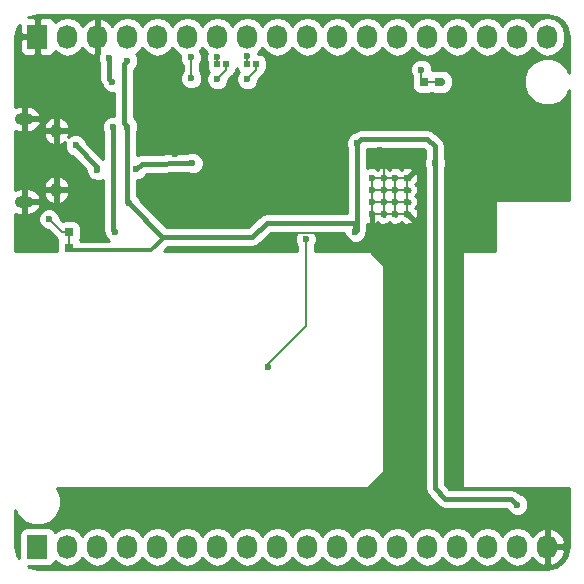
<source format=gbl>
G04 #@! TF.FileFunction,Copper,L2,Bot,Signal*
%FSLAX46Y46*%
G04 Gerber Fmt 4.6, Leading zero omitted, Abs format (unit mm)*
G04 Created by KiCad (PCBNEW 4.0.2-stable) date Måndag 18 Juli 2016 14:34:59*
%MOMM*%
G01*
G04 APERTURE LIST*
%ADD10C,0.152400*%
%ADD11C,0.600000*%
%ADD12R,0.762000X0.762000*%
%ADD13R,0.152400X1.016000*%
%ADD14R,0.500000X0.500000*%
%ADD15O,0.950000X1.250000*%
%ADD16O,1.550000X1.000000*%
%ADD17R,1.727200X2.032000*%
%ADD18O,1.727200X2.032000*%
%ADD19R,1.016000X0.152400*%
%ADD20C,0.203200*%
%ADD21C,0.406400*%
%ADD22C,0.304800*%
%ADD23C,0.254000*%
G04 APERTURE END LIST*
D10*
D11*
X26428700Y-36271200D03*
X37338000Y-30480000D03*
D12*
X30607000Y-45812000D03*
X30607000Y-44512000D03*
D13*
X30607000Y-45212000D03*
D14*
X43942000Y-30289500D03*
X43180000Y-30289500D03*
X46482000Y-30289500D03*
X45720000Y-30289500D03*
D15*
X29547800Y-35910000D03*
X29547800Y-40910000D03*
D16*
X26847800Y-34910000D03*
X26847800Y-41910000D03*
D17*
X27940000Y-71120000D03*
D18*
X30480000Y-71120000D03*
X33020000Y-71120000D03*
X35560000Y-71120000D03*
X38100000Y-71120000D03*
X40640000Y-71120000D03*
X43180000Y-71120000D03*
X45720000Y-71120000D03*
X48260000Y-71120000D03*
X50800000Y-71120000D03*
X53340000Y-71120000D03*
X55880000Y-71120000D03*
X58420000Y-71120000D03*
X60960000Y-71120000D03*
X63500000Y-71120000D03*
X66040000Y-71120000D03*
X68580000Y-71120000D03*
X71120000Y-71120000D03*
D11*
X56260500Y-39927500D03*
X57260500Y-39927500D03*
X58260500Y-39927500D03*
X59260500Y-39927500D03*
X56260500Y-40927500D03*
X57260500Y-40927500D03*
X58260500Y-40927500D03*
X59260500Y-40927500D03*
X56260500Y-41927500D03*
X57260500Y-41927500D03*
X58260500Y-41927500D03*
X59260500Y-41927500D03*
X56260500Y-42927500D03*
X57260500Y-42927500D03*
X58260500Y-42927500D03*
X59260500Y-42927500D03*
X31496000Y-43434000D03*
X31496000Y-42164000D03*
X31496000Y-40894000D03*
X69850000Y-36195000D03*
X71120000Y-36830000D03*
X68580000Y-36830000D03*
X69850000Y-37465000D03*
X71120000Y-38100000D03*
X69850000Y-38735000D03*
X71120000Y-39370000D03*
X71120000Y-40640000D03*
X69850000Y-40005000D03*
X68580000Y-39370000D03*
X68580000Y-38100000D03*
X68580000Y-40640000D03*
X68580000Y-33020000D03*
X66040000Y-33020000D03*
X66040000Y-34290000D03*
X67310000Y-33655000D03*
X68580000Y-34290000D03*
X67310000Y-32385000D03*
X69850000Y-34925000D03*
X68580000Y-35560000D03*
X71120000Y-35560000D03*
X67310000Y-38735000D03*
X67310000Y-37465000D03*
X67310000Y-36195000D03*
X67310000Y-34925000D03*
X52578000Y-31750000D03*
X55118000Y-31750000D03*
X53848000Y-31750000D03*
X51308000Y-31750000D03*
X55118000Y-30480000D03*
X52578000Y-30480000D03*
X53848000Y-30480000D03*
X51308000Y-30480000D03*
X32766000Y-41529000D03*
X31496000Y-39624000D03*
X32766000Y-37084000D03*
X32766000Y-40259000D03*
X40894000Y-43180000D03*
X40894000Y-41910000D03*
X42164000Y-41910000D03*
X42164000Y-43180000D03*
D17*
X27940000Y-27940000D03*
D18*
X30480000Y-27940000D03*
X33020000Y-27940000D03*
X35560000Y-27940000D03*
X38100000Y-27940000D03*
X40640000Y-27940000D03*
X43180000Y-27940000D03*
X45720000Y-27940000D03*
X48260000Y-27940000D03*
X50800000Y-27940000D03*
X53340000Y-27940000D03*
X55880000Y-27940000D03*
X58420000Y-27940000D03*
X60960000Y-27940000D03*
X63500000Y-27940000D03*
X66040000Y-27940000D03*
X68580000Y-27940000D03*
X71120000Y-27940000D03*
D11*
X68580000Y-31750000D03*
X66040000Y-31750000D03*
X63500000Y-34290000D03*
X63500000Y-33020000D03*
X63500000Y-31750000D03*
X56388000Y-31750000D03*
X56388000Y-30480000D03*
X50038000Y-31750000D03*
X42164000Y-40640000D03*
X43434000Y-39370000D03*
X44704000Y-39370000D03*
X45974000Y-39370000D03*
X45974000Y-38100000D03*
X26428700Y-37541200D03*
X26428700Y-40081200D03*
X26428700Y-38811200D03*
X70104000Y-68834000D03*
X70104000Y-67564000D03*
X72644000Y-68834000D03*
X71374000Y-68834000D03*
X71374000Y-67564000D03*
X72644000Y-67564000D03*
X71120000Y-34290000D03*
X69850000Y-33655000D03*
X47244000Y-45720000D03*
X46736000Y-42164000D03*
X64770000Y-33655000D03*
X64770000Y-32385000D03*
X64770000Y-34925000D03*
X67310000Y-40005000D03*
X32766000Y-44069000D03*
X32766000Y-42799000D03*
X63500000Y-47752000D03*
X63500000Y-49022000D03*
X63500000Y-50292000D03*
X63500000Y-51562000D03*
X63500000Y-54102000D03*
X63500000Y-52832000D03*
X30226000Y-42926000D03*
X26416000Y-43561000D03*
X26416000Y-44831000D03*
X29972000Y-33274000D03*
D12*
X60676000Y-31750000D03*
X61976000Y-31750000D03*
D19*
X61276000Y-31750000D03*
D11*
X39179500Y-32829500D03*
X55118000Y-45847000D03*
X39624000Y-37846000D03*
X39624000Y-37846000D03*
X27940000Y-30226000D03*
X56947500Y-37511500D03*
X34543994Y-44450000D03*
X34371600Y-35560000D03*
X34290000Y-31750000D03*
X34036000Y-29718000D03*
X40970200Y-31470600D03*
X40919400Y-29692600D03*
X43180000Y-29692602D03*
X45720000Y-29595768D03*
X60451996Y-30734000D03*
X35712400Y-42062400D03*
X35560000Y-35560000D03*
X55014912Y-36931600D03*
X54864000Y-44449998D03*
X35560000Y-29972000D03*
X61595000Y-38608000D03*
X68580000Y-67564000D03*
X50673000Y-45085000D03*
X47497982Y-55880000D03*
X43179998Y-31542010D03*
X45720000Y-31542010D03*
X33024790Y-39243000D03*
X31178500Y-37147502D03*
X36322000Y-39162010D03*
X41073756Y-38660756D03*
X28932773Y-43376429D03*
X62236402Y-31750000D03*
D20*
X39624000Y-37846000D02*
X39624000Y-33274000D01*
X39624000Y-33274000D02*
X39179500Y-32829500D01*
X47244000Y-45720000D02*
X48433001Y-44530999D01*
X48433001Y-44530999D02*
X53801999Y-44530999D01*
X53801999Y-44530999D02*
X55118000Y-45847000D01*
D21*
X56260500Y-42927500D02*
X56260500Y-44704500D01*
X56260500Y-44704500D02*
X55118000Y-45847000D01*
X29502540Y-33059100D02*
X29502540Y-31788540D01*
X29502540Y-31788540D02*
X27940000Y-30226000D01*
X29502540Y-38059100D02*
X27802540Y-38059100D01*
X27802540Y-38059100D02*
X26802540Y-39059100D01*
X26802540Y-39059100D02*
X26802540Y-32059100D01*
X29502540Y-33059100D02*
X27802540Y-33059100D01*
X27802540Y-33059100D02*
X26802540Y-32059100D01*
X29502540Y-38059100D02*
X29502540Y-33059100D01*
X26802540Y-32059100D02*
X26802540Y-31363460D01*
X26802540Y-31363460D02*
X27940000Y-30226000D01*
D20*
X57260500Y-39927500D02*
X57260500Y-37824500D01*
X57260500Y-37824500D02*
X56947500Y-37511500D01*
X59260500Y-41927500D02*
X59260500Y-40927500D01*
X58260500Y-41927500D02*
X58260500Y-40927500D01*
X57260500Y-41927500D02*
X57260500Y-40927500D01*
X56260500Y-40927500D02*
X56260500Y-41927500D01*
X56260500Y-39927500D02*
X56260500Y-40927500D01*
X56260500Y-40927500D02*
X57260500Y-40927500D01*
X57260500Y-40927500D02*
X57260500Y-39927500D01*
X57260500Y-40927500D02*
X58260500Y-40927500D01*
X56260500Y-39927500D02*
X57260500Y-39927500D01*
X57260500Y-39927500D02*
X58260500Y-39927500D01*
X58260500Y-39927500D02*
X59260500Y-39927500D01*
X59260500Y-39927500D02*
X59260500Y-40927500D01*
X59260500Y-40927500D02*
X58260500Y-40927500D01*
X58260500Y-40927500D02*
X58260500Y-39927500D01*
X56260500Y-42927500D02*
X56260500Y-41927500D01*
X57260500Y-42927500D02*
X56260500Y-42927500D01*
X57260500Y-42927500D02*
X58260500Y-42927500D01*
X57260500Y-42927500D02*
X57260500Y-41927500D01*
X58260500Y-42927500D02*
X58260500Y-41927500D01*
X59260500Y-42927500D02*
X58260500Y-42927500D01*
X59260500Y-41927500D02*
X59260500Y-42927500D01*
X58260500Y-41927500D02*
X59260500Y-41927500D01*
X57260500Y-41927500D02*
X58260500Y-41927500D01*
X56260500Y-41927500D02*
X57260500Y-41927500D01*
D21*
X34371600Y-44277606D02*
X34543994Y-44450000D01*
X34371600Y-35560000D02*
X34371600Y-44277606D01*
X34036000Y-31496000D02*
X34290000Y-31750000D01*
X34036000Y-29718000D02*
X34036000Y-31496000D01*
D20*
X40970200Y-31470600D02*
X40970200Y-29743400D01*
X40970200Y-29743400D02*
X40919400Y-29692600D01*
X43180000Y-29692602D02*
X43180000Y-30162500D01*
X45720000Y-30226000D02*
X45720000Y-29595768D01*
X60451996Y-31158264D02*
X60451996Y-30734000D01*
X60513999Y-31750000D02*
X60451996Y-31687997D01*
X60451996Y-31687997D02*
X60451996Y-31158264D01*
D21*
X68580000Y-67564000D02*
X68072000Y-67056000D01*
X68072000Y-67056000D02*
X62484000Y-67056000D01*
X62484000Y-67056000D02*
X61595000Y-66167000D01*
X61595000Y-66167000D02*
X61595000Y-38608000D01*
X61595000Y-38608000D02*
X61595000Y-37211000D01*
X61595000Y-37211000D02*
X60960000Y-36576000D01*
X60960000Y-36576000D02*
X55370512Y-36576000D01*
X55370512Y-36576000D02*
X55014912Y-36931600D01*
X41198800Y-44881810D02*
X46148914Y-44881810D01*
X54737000Y-43688000D02*
X54864000Y-43815000D01*
X46148914Y-44881810D02*
X47342724Y-43688000D01*
X47342724Y-43688000D02*
X54737000Y-43688000D01*
X54864000Y-43815000D02*
X54864000Y-44449998D01*
D22*
X30607000Y-46024801D02*
X37591999Y-46024801D01*
X37591999Y-46024801D02*
X38734990Y-44881810D01*
X38734990Y-44881810D02*
X41198800Y-44881810D01*
D21*
X38531810Y-44881810D02*
X41198800Y-44881810D01*
X35712400Y-42062400D02*
X38531810Y-44881810D01*
X35712400Y-42062400D02*
X35560000Y-41910000D01*
X35560000Y-41706800D02*
X35560000Y-35560000D01*
X35560000Y-41910000D02*
X35560000Y-41706800D01*
X55014912Y-36931600D02*
X55014912Y-44299086D01*
X35260001Y-35260001D02*
X35560000Y-35560000D01*
X55014912Y-44299086D02*
X54864000Y-44449998D01*
X35260001Y-30271999D02*
X35260001Y-35260001D01*
X35560000Y-29972000D02*
X35260001Y-30271999D01*
D20*
X50673000Y-52451000D02*
X50673000Y-45085000D01*
X50673000Y-52451000D02*
X47498004Y-55625996D01*
X47498004Y-55625996D02*
X47498004Y-55879978D01*
X47498004Y-55879978D02*
X47497982Y-55880000D01*
X43942000Y-30780008D02*
X43179998Y-31542010D01*
X43942000Y-30289500D02*
X43942000Y-30780008D01*
X46482000Y-30780010D02*
X45720000Y-31542010D01*
X46482000Y-30289500D02*
X46482000Y-30780010D01*
D21*
X31178500Y-37147502D02*
X33024790Y-38993792D01*
X33024790Y-38993792D02*
X33024790Y-39243000D01*
X36322000Y-39162010D02*
X36769611Y-38714399D01*
X36769611Y-38714399D02*
X41073756Y-38660756D01*
D20*
X29232772Y-43676428D02*
X28932773Y-43376429D01*
X30006343Y-44449999D02*
X29232772Y-43676428D01*
X30607000Y-44449999D02*
X30006343Y-44449999D01*
D23*
G36*
X71824741Y-26238602D02*
X72422193Y-26637807D01*
X72821398Y-27235257D01*
X72975000Y-28007467D01*
X72975000Y-31041437D01*
X72803782Y-30627057D01*
X72245880Y-30068181D01*
X71516573Y-29765346D01*
X70726891Y-29764657D01*
X69997057Y-30066218D01*
X69438181Y-30624120D01*
X69135346Y-31353427D01*
X69134657Y-32143109D01*
X69436218Y-32872943D01*
X69994120Y-33431819D01*
X70723427Y-33734654D01*
X71513109Y-33735343D01*
X72242943Y-33433782D01*
X72801819Y-32875880D01*
X72975000Y-32458814D01*
X72975000Y-41783000D01*
X66802000Y-41783000D01*
X66755841Y-41791685D01*
X66713447Y-41818965D01*
X66685006Y-41860590D01*
X66675000Y-41910000D01*
X66675000Y-46101000D01*
X64008000Y-46101000D01*
X63961841Y-46109685D01*
X63919447Y-46136965D01*
X63891006Y-46178590D01*
X63881000Y-46228000D01*
X63881000Y-66040000D01*
X63889685Y-66086159D01*
X63916965Y-66128553D01*
X63958590Y-66156994D01*
X64008000Y-66167000D01*
X72975000Y-66167000D01*
X72975000Y-71052533D01*
X72821398Y-71824743D01*
X72422193Y-72422193D01*
X71824741Y-72821398D01*
X71052533Y-72975000D01*
X28007467Y-72975000D01*
X27235257Y-72821398D01*
X27178449Y-72783440D01*
X28803600Y-72783440D01*
X29038917Y-72739162D01*
X29255041Y-72600090D01*
X29400031Y-72387890D01*
X29408400Y-72346561D01*
X29420330Y-72364415D01*
X29906511Y-72689271D01*
X30480000Y-72803345D01*
X31053489Y-72689271D01*
X31539670Y-72364415D01*
X31750000Y-72049634D01*
X31960330Y-72364415D01*
X32446511Y-72689271D01*
X33020000Y-72803345D01*
X33593489Y-72689271D01*
X34079670Y-72364415D01*
X34290000Y-72049634D01*
X34500330Y-72364415D01*
X34986511Y-72689271D01*
X35560000Y-72803345D01*
X36133489Y-72689271D01*
X36619670Y-72364415D01*
X36830000Y-72049634D01*
X37040330Y-72364415D01*
X37526511Y-72689271D01*
X38100000Y-72803345D01*
X38673489Y-72689271D01*
X39159670Y-72364415D01*
X39370000Y-72049634D01*
X39580330Y-72364415D01*
X40066511Y-72689271D01*
X40640000Y-72803345D01*
X41213489Y-72689271D01*
X41699670Y-72364415D01*
X41910000Y-72049634D01*
X42120330Y-72364415D01*
X42606511Y-72689271D01*
X43180000Y-72803345D01*
X43753489Y-72689271D01*
X44239670Y-72364415D01*
X44450000Y-72049634D01*
X44660330Y-72364415D01*
X45146511Y-72689271D01*
X45720000Y-72803345D01*
X46293489Y-72689271D01*
X46779670Y-72364415D01*
X46990000Y-72049634D01*
X47200330Y-72364415D01*
X47686511Y-72689271D01*
X48260000Y-72803345D01*
X48833489Y-72689271D01*
X49319670Y-72364415D01*
X49530000Y-72049634D01*
X49740330Y-72364415D01*
X50226511Y-72689271D01*
X50800000Y-72803345D01*
X51373489Y-72689271D01*
X51859670Y-72364415D01*
X52070000Y-72049634D01*
X52280330Y-72364415D01*
X52766511Y-72689271D01*
X53340000Y-72803345D01*
X53913489Y-72689271D01*
X54399670Y-72364415D01*
X54610000Y-72049634D01*
X54820330Y-72364415D01*
X55306511Y-72689271D01*
X55880000Y-72803345D01*
X56453489Y-72689271D01*
X56939670Y-72364415D01*
X57150000Y-72049634D01*
X57360330Y-72364415D01*
X57846511Y-72689271D01*
X58420000Y-72803345D01*
X58993489Y-72689271D01*
X59479670Y-72364415D01*
X59690000Y-72049634D01*
X59900330Y-72364415D01*
X60386511Y-72689271D01*
X60960000Y-72803345D01*
X61533489Y-72689271D01*
X62019670Y-72364415D01*
X62230000Y-72049634D01*
X62440330Y-72364415D01*
X62926511Y-72689271D01*
X63500000Y-72803345D01*
X64073489Y-72689271D01*
X64559670Y-72364415D01*
X64770000Y-72049634D01*
X64980330Y-72364415D01*
X65466511Y-72689271D01*
X66040000Y-72803345D01*
X66613489Y-72689271D01*
X67099670Y-72364415D01*
X67310000Y-72049634D01*
X67520330Y-72364415D01*
X68006511Y-72689271D01*
X68580000Y-72803345D01*
X69153489Y-72689271D01*
X69639670Y-72364415D01*
X69846461Y-72054931D01*
X70217964Y-72470732D01*
X70745209Y-72724709D01*
X70760974Y-72727358D01*
X70993000Y-72606217D01*
X70993000Y-71247000D01*
X71247000Y-71247000D01*
X71247000Y-72606217D01*
X71479026Y-72727358D01*
X71494791Y-72724709D01*
X72022036Y-72470732D01*
X72411954Y-72034320D01*
X72605184Y-71481913D01*
X72460924Y-71247000D01*
X71247000Y-71247000D01*
X70993000Y-71247000D01*
X70973000Y-71247000D01*
X70973000Y-70993000D01*
X70993000Y-70993000D01*
X70993000Y-69633783D01*
X71247000Y-69633783D01*
X71247000Y-70993000D01*
X72460924Y-70993000D01*
X72605184Y-70758087D01*
X72411954Y-70205680D01*
X72022036Y-69769268D01*
X71494791Y-69515291D01*
X71479026Y-69512642D01*
X71247000Y-69633783D01*
X70993000Y-69633783D01*
X70760974Y-69512642D01*
X70745209Y-69515291D01*
X70217964Y-69769268D01*
X69846461Y-70185069D01*
X69639670Y-69875585D01*
X69153489Y-69550729D01*
X68580000Y-69436655D01*
X68006511Y-69550729D01*
X67520330Y-69875585D01*
X67310000Y-70190366D01*
X67099670Y-69875585D01*
X66613489Y-69550729D01*
X66040000Y-69436655D01*
X65466511Y-69550729D01*
X64980330Y-69875585D01*
X64770000Y-70190366D01*
X64559670Y-69875585D01*
X64073489Y-69550729D01*
X63500000Y-69436655D01*
X62926511Y-69550729D01*
X62440330Y-69875585D01*
X62230000Y-70190366D01*
X62019670Y-69875585D01*
X61533489Y-69550729D01*
X60960000Y-69436655D01*
X60386511Y-69550729D01*
X59900330Y-69875585D01*
X59690000Y-70190366D01*
X59479670Y-69875585D01*
X58993489Y-69550729D01*
X58420000Y-69436655D01*
X57846511Y-69550729D01*
X57360330Y-69875585D01*
X57150000Y-70190366D01*
X56939670Y-69875585D01*
X56453489Y-69550729D01*
X55880000Y-69436655D01*
X55306511Y-69550729D01*
X54820330Y-69875585D01*
X54610000Y-70190366D01*
X54399670Y-69875585D01*
X53913489Y-69550729D01*
X53340000Y-69436655D01*
X52766511Y-69550729D01*
X52280330Y-69875585D01*
X52070000Y-70190366D01*
X51859670Y-69875585D01*
X51373489Y-69550729D01*
X50800000Y-69436655D01*
X50226511Y-69550729D01*
X49740330Y-69875585D01*
X49530000Y-70190366D01*
X49319670Y-69875585D01*
X48833489Y-69550729D01*
X48260000Y-69436655D01*
X47686511Y-69550729D01*
X47200330Y-69875585D01*
X46990000Y-70190366D01*
X46779670Y-69875585D01*
X46293489Y-69550729D01*
X45720000Y-69436655D01*
X45146511Y-69550729D01*
X44660330Y-69875585D01*
X44450000Y-70190366D01*
X44239670Y-69875585D01*
X43753489Y-69550729D01*
X43180000Y-69436655D01*
X42606511Y-69550729D01*
X42120330Y-69875585D01*
X41910000Y-70190366D01*
X41699670Y-69875585D01*
X41213489Y-69550729D01*
X40640000Y-69436655D01*
X40066511Y-69550729D01*
X39580330Y-69875585D01*
X39370000Y-70190366D01*
X39159670Y-69875585D01*
X38673489Y-69550729D01*
X38100000Y-69436655D01*
X37526511Y-69550729D01*
X37040330Y-69875585D01*
X36830000Y-70190366D01*
X36619670Y-69875585D01*
X36133489Y-69550729D01*
X35560000Y-69436655D01*
X34986511Y-69550729D01*
X34500330Y-69875585D01*
X34290000Y-70190366D01*
X34079670Y-69875585D01*
X33593489Y-69550729D01*
X33020000Y-69436655D01*
X32446511Y-69550729D01*
X31960330Y-69875585D01*
X31750000Y-70190366D01*
X31539670Y-69875585D01*
X31053489Y-69550729D01*
X30480000Y-69436655D01*
X29906511Y-69550729D01*
X29420330Y-69875585D01*
X29410757Y-69889913D01*
X29406762Y-69868683D01*
X29267690Y-69652559D01*
X29055490Y-69507569D01*
X28803600Y-69456560D01*
X27076400Y-69456560D01*
X26841083Y-69500838D01*
X26624959Y-69639910D01*
X26479969Y-69852110D01*
X26428960Y-70104000D01*
X26428960Y-72109632D01*
X26238602Y-71824741D01*
X26085000Y-71052533D01*
X26085000Y-68018563D01*
X26256218Y-68432943D01*
X26814120Y-68991819D01*
X27543427Y-69294654D01*
X28333109Y-69295343D01*
X29062943Y-68993782D01*
X29621819Y-68435880D01*
X29924654Y-67706573D01*
X29925343Y-66916891D01*
X29623782Y-66187057D01*
X29603760Y-66167000D01*
X55880000Y-66167000D01*
X55927789Y-66157666D01*
X55969803Y-66129803D01*
X57239803Y-64859803D01*
X57266994Y-64819410D01*
X57277000Y-64770000D01*
X57277000Y-47244000D01*
X57267666Y-47196211D01*
X57239803Y-47154197D01*
X56223803Y-46138197D01*
X56183410Y-46111006D01*
X56134000Y-46101000D01*
X51409600Y-46101000D01*
X51409600Y-45670822D01*
X51465192Y-45615327D01*
X51607838Y-45271799D01*
X51608162Y-44899833D01*
X51466117Y-44556057D01*
X51436312Y-44526200D01*
X53928933Y-44526200D01*
X53928838Y-44635165D01*
X54070883Y-44978941D01*
X54333673Y-45242190D01*
X54677201Y-45384836D01*
X55049167Y-45385160D01*
X55392943Y-45243115D01*
X55656192Y-44980325D01*
X55798838Y-44636797D01*
X55798895Y-44571655D01*
X55853112Y-44299086D01*
X55853112Y-43780431D01*
X56163427Y-43875863D01*
X56533739Y-43840822D01*
X56713107Y-43766525D01*
X56720608Y-43647000D01*
X56760500Y-43607108D01*
X56800392Y-43647000D01*
X56807893Y-43766525D01*
X57163427Y-43875863D01*
X57533739Y-43840822D01*
X57713107Y-43766525D01*
X57720608Y-43647000D01*
X57760500Y-43607108D01*
X57800392Y-43647000D01*
X57807893Y-43766525D01*
X58163427Y-43875863D01*
X58533739Y-43840822D01*
X58713107Y-43766525D01*
X58720608Y-43647000D01*
X58760500Y-43607108D01*
X58800392Y-43647000D01*
X58807893Y-43766525D01*
X59163427Y-43875863D01*
X59533739Y-43840822D01*
X59713107Y-43766525D01*
X59725319Y-43571924D01*
X59260500Y-43107105D01*
X59246358Y-43121248D01*
X59194944Y-43069834D01*
X59208863Y-43024573D01*
X59194513Y-42872921D01*
X59394854Y-42853964D01*
X59454248Y-42913358D01*
X59440105Y-42927500D01*
X59904924Y-43392319D01*
X60099525Y-43380107D01*
X60208863Y-43024573D01*
X60173822Y-42654261D01*
X60099525Y-42474893D01*
X59980000Y-42467392D01*
X59940108Y-42427500D01*
X59980000Y-42387608D01*
X60099525Y-42380107D01*
X60208863Y-42024573D01*
X60173822Y-41654261D01*
X60099525Y-41474893D01*
X59980000Y-41467392D01*
X59940108Y-41427500D01*
X59980000Y-41387608D01*
X60099525Y-41380107D01*
X60208863Y-41024573D01*
X60173822Y-40654261D01*
X60099525Y-40474893D01*
X59980000Y-40467392D01*
X59940108Y-40427500D01*
X59980000Y-40387608D01*
X60099525Y-40380107D01*
X60208863Y-40024573D01*
X60173822Y-39654261D01*
X60099525Y-39474893D01*
X59904924Y-39462681D01*
X59440105Y-39927500D01*
X59454248Y-39941643D01*
X59402834Y-39993056D01*
X59357573Y-39979137D01*
X59205921Y-39993487D01*
X59186964Y-39793146D01*
X59246358Y-39733753D01*
X59260500Y-39747895D01*
X59725319Y-39283076D01*
X59713107Y-39088475D01*
X59357573Y-38979137D01*
X58987261Y-39014178D01*
X58807893Y-39088475D01*
X58800392Y-39208000D01*
X58760500Y-39247892D01*
X58720608Y-39208000D01*
X58713107Y-39088475D01*
X58357573Y-38979137D01*
X57987261Y-39014178D01*
X57807893Y-39088475D01*
X57800392Y-39208000D01*
X57760500Y-39247892D01*
X57720608Y-39208000D01*
X57713107Y-39088475D01*
X57357573Y-38979137D01*
X56987261Y-39014178D01*
X56807893Y-39088475D01*
X56800392Y-39208000D01*
X56760500Y-39247892D01*
X56720608Y-39208000D01*
X56713107Y-39088475D01*
X56357573Y-38979137D01*
X55987261Y-39014178D01*
X55853112Y-39069745D01*
X55853112Y-37414200D01*
X60612806Y-37414200D01*
X60756800Y-37558194D01*
X60756800Y-38188472D01*
X60660162Y-38421201D01*
X60659838Y-38793167D01*
X60756800Y-39027834D01*
X60756800Y-66167000D01*
X60820604Y-66487766D01*
X61002303Y-66759697D01*
X61891303Y-67648697D01*
X62163235Y-67830396D01*
X62484000Y-67894200D01*
X67704764Y-67894200D01*
X67786883Y-68092943D01*
X68049673Y-68356192D01*
X68393201Y-68498838D01*
X68765167Y-68499162D01*
X69108943Y-68357117D01*
X69372192Y-68094327D01*
X69514838Y-67750799D01*
X69515162Y-67378833D01*
X69373117Y-67035057D01*
X69110327Y-66771808D01*
X68875830Y-66674436D01*
X68664697Y-66463303D01*
X68392766Y-66281604D01*
X68072000Y-66217800D01*
X62831194Y-66217800D01*
X62433200Y-65819806D01*
X62433200Y-39027528D01*
X62529838Y-38794799D01*
X62530162Y-38422833D01*
X62433200Y-38188166D01*
X62433200Y-37211000D01*
X62369396Y-36890235D01*
X62187697Y-36618303D01*
X61552697Y-35983303D01*
X61280766Y-35801604D01*
X60960000Y-35737800D01*
X55370512Y-35737800D01*
X55049746Y-35801604D01*
X54777815Y-35983303D01*
X54718866Y-36042252D01*
X54485969Y-36138483D01*
X54222720Y-36401273D01*
X54080074Y-36744801D01*
X54079750Y-37116767D01*
X54176712Y-37351434D01*
X54176712Y-42849800D01*
X47342724Y-42849800D01*
X47021958Y-42913604D01*
X46750027Y-43095303D01*
X45801720Y-44043610D01*
X38879004Y-44043610D01*
X36601748Y-41766354D01*
X36505517Y-41533457D01*
X36398200Y-41425953D01*
X36398200Y-40097077D01*
X36507167Y-40097172D01*
X36850943Y-39955127D01*
X37114192Y-39692337D01*
X37174284Y-39547621D01*
X40666605Y-39504096D01*
X40886957Y-39595594D01*
X41258923Y-39595918D01*
X41602699Y-39453873D01*
X41865948Y-39191083D01*
X42008594Y-38847555D01*
X42008918Y-38475589D01*
X41866873Y-38131813D01*
X41604083Y-37868564D01*
X41260555Y-37725918D01*
X40888589Y-37725594D01*
X40641028Y-37827884D01*
X36759165Y-37876264D01*
X36604213Y-37909099D01*
X36448846Y-37940003D01*
X36444423Y-37942959D01*
X36439220Y-37944061D01*
X36398200Y-37972215D01*
X36398200Y-35979528D01*
X36494838Y-35746799D01*
X36495162Y-35374833D01*
X36353117Y-35031057D01*
X36098201Y-34775696D01*
X36098201Y-30755875D01*
X36352192Y-30502327D01*
X36494838Y-30158799D01*
X36495162Y-29786833D01*
X36353117Y-29443057D01*
X36304889Y-29394745D01*
X36619670Y-29184415D01*
X36830000Y-28869634D01*
X37040330Y-29184415D01*
X37526511Y-29509271D01*
X38100000Y-29623345D01*
X38673489Y-29509271D01*
X39159670Y-29184415D01*
X39370000Y-28869634D01*
X39580330Y-29184415D01*
X40001233Y-29465653D01*
X39984562Y-29505801D01*
X39984238Y-29877767D01*
X40126283Y-30221543D01*
X40233600Y-30329047D01*
X40233600Y-30884778D01*
X40178008Y-30940273D01*
X40035362Y-31283801D01*
X40035038Y-31655767D01*
X40177083Y-31999543D01*
X40439873Y-32262792D01*
X40783401Y-32405438D01*
X41155367Y-32405762D01*
X41499143Y-32263717D01*
X41762392Y-32000927D01*
X41905038Y-31657399D01*
X41905362Y-31285433D01*
X41763317Y-30941657D01*
X41706800Y-30885041D01*
X41706800Y-30227711D01*
X41711592Y-30222927D01*
X41854238Y-29879399D01*
X41854562Y-29507433D01*
X41712908Y-29164603D01*
X41910000Y-28869634D01*
X42120330Y-29184415D01*
X42322517Y-29319512D01*
X42245162Y-29505803D01*
X42244838Y-29877769D01*
X42292132Y-29992230D01*
X42282560Y-30039500D01*
X42282560Y-30539500D01*
X42326838Y-30774817D01*
X42443489Y-30956097D01*
X42387806Y-31011683D01*
X42245160Y-31355211D01*
X42244836Y-31727177D01*
X42386881Y-32070953D01*
X42649671Y-32334202D01*
X42993199Y-32476848D01*
X43365165Y-32477172D01*
X43708941Y-32335127D01*
X43972190Y-32072337D01*
X44114836Y-31728809D01*
X44114906Y-31648812D01*
X44462855Y-31300863D01*
X44490075Y-31260125D01*
X44622530Y-31061893D01*
X44632760Y-31010463D01*
X44643441Y-31003590D01*
X44788431Y-30791390D01*
X44830690Y-30582708D01*
X44866838Y-30774817D01*
X44983490Y-30956099D01*
X44927808Y-31011683D01*
X44785162Y-31355211D01*
X44784838Y-31727177D01*
X44926883Y-32070953D01*
X45189673Y-32334202D01*
X45533201Y-32476848D01*
X45905167Y-32477172D01*
X46248943Y-32335127D01*
X46512192Y-32072337D01*
X46654838Y-31728809D01*
X46654908Y-31648812D01*
X47002855Y-31300865D01*
X47108563Y-31142662D01*
X47162530Y-31061895D01*
X47172760Y-31010463D01*
X47183441Y-31003590D01*
X47241124Y-30919167D01*
X59516834Y-30919167D01*
X59658879Y-31262943D01*
X59667324Y-31271403D01*
X59647560Y-31369000D01*
X59647560Y-32131000D01*
X59691838Y-32366317D01*
X59830910Y-32582441D01*
X60043110Y-32727431D01*
X60295000Y-32778440D01*
X61057000Y-32778440D01*
X61292317Y-32734162D01*
X61323548Y-32714065D01*
X61343110Y-32727431D01*
X61595000Y-32778440D01*
X62357000Y-32778440D01*
X62592317Y-32734162D01*
X62808441Y-32595090D01*
X62953431Y-32382890D01*
X62960419Y-32348383D01*
X63028594Y-32280327D01*
X63171240Y-31936799D01*
X63171564Y-31564833D01*
X63029519Y-31221057D01*
X62964311Y-31155736D01*
X62960162Y-31133683D01*
X62821090Y-30917559D01*
X62608890Y-30772569D01*
X62357000Y-30721560D01*
X61595000Y-30721560D01*
X61386973Y-30760703D01*
X61387158Y-30548833D01*
X61245113Y-30205057D01*
X60982323Y-29941808D01*
X60638795Y-29799162D01*
X60266829Y-29798838D01*
X59923053Y-29940883D01*
X59659804Y-30203673D01*
X59517158Y-30547201D01*
X59516834Y-30919167D01*
X47241124Y-30919167D01*
X47328431Y-30791390D01*
X47379440Y-30539500D01*
X47379440Y-30039500D01*
X47335162Y-29804183D01*
X47196090Y-29588059D01*
X46983890Y-29443069D01*
X46732000Y-29392060D01*
X46647501Y-29392060D01*
X46608862Y-29298546D01*
X46779670Y-29184415D01*
X46990000Y-28869634D01*
X47200330Y-29184415D01*
X47686511Y-29509271D01*
X48260000Y-29623345D01*
X48833489Y-29509271D01*
X49319670Y-29184415D01*
X49530000Y-28869634D01*
X49740330Y-29184415D01*
X50226511Y-29509271D01*
X50800000Y-29623345D01*
X51373489Y-29509271D01*
X51859670Y-29184415D01*
X52070000Y-28869634D01*
X52280330Y-29184415D01*
X52766511Y-29509271D01*
X53340000Y-29623345D01*
X53913489Y-29509271D01*
X54399670Y-29184415D01*
X54610000Y-28869634D01*
X54820330Y-29184415D01*
X55306511Y-29509271D01*
X55880000Y-29623345D01*
X56453489Y-29509271D01*
X56939670Y-29184415D01*
X57150000Y-28869634D01*
X57360330Y-29184415D01*
X57846511Y-29509271D01*
X58420000Y-29623345D01*
X58993489Y-29509271D01*
X59479670Y-29184415D01*
X59690000Y-28869634D01*
X59900330Y-29184415D01*
X60386511Y-29509271D01*
X60960000Y-29623345D01*
X61533489Y-29509271D01*
X62019670Y-29184415D01*
X62230000Y-28869634D01*
X62440330Y-29184415D01*
X62926511Y-29509271D01*
X63500000Y-29623345D01*
X64073489Y-29509271D01*
X64559670Y-29184415D01*
X64770000Y-28869634D01*
X64980330Y-29184415D01*
X65466511Y-29509271D01*
X66040000Y-29623345D01*
X66613489Y-29509271D01*
X67099670Y-29184415D01*
X67310000Y-28869634D01*
X67520330Y-29184415D01*
X68006511Y-29509271D01*
X68580000Y-29623345D01*
X69153489Y-29509271D01*
X69639670Y-29184415D01*
X69850000Y-28869634D01*
X70060330Y-29184415D01*
X70546511Y-29509271D01*
X71120000Y-29623345D01*
X71693489Y-29509271D01*
X72179670Y-29184415D01*
X72504526Y-28698234D01*
X72618600Y-28124745D01*
X72618600Y-27755255D01*
X72504526Y-27181766D01*
X72179670Y-26695585D01*
X71693489Y-26370729D01*
X71120000Y-26256655D01*
X70546511Y-26370729D01*
X70060330Y-26695585D01*
X69850000Y-27010366D01*
X69639670Y-26695585D01*
X69153489Y-26370729D01*
X68580000Y-26256655D01*
X68006511Y-26370729D01*
X67520330Y-26695585D01*
X67310000Y-27010366D01*
X67099670Y-26695585D01*
X66613489Y-26370729D01*
X66040000Y-26256655D01*
X65466511Y-26370729D01*
X64980330Y-26695585D01*
X64770000Y-27010366D01*
X64559670Y-26695585D01*
X64073489Y-26370729D01*
X63500000Y-26256655D01*
X62926511Y-26370729D01*
X62440330Y-26695585D01*
X62230000Y-27010366D01*
X62019670Y-26695585D01*
X61533489Y-26370729D01*
X60960000Y-26256655D01*
X60386511Y-26370729D01*
X59900330Y-26695585D01*
X59690000Y-27010366D01*
X59479670Y-26695585D01*
X58993489Y-26370729D01*
X58420000Y-26256655D01*
X57846511Y-26370729D01*
X57360330Y-26695585D01*
X57150000Y-27010366D01*
X56939670Y-26695585D01*
X56453489Y-26370729D01*
X55880000Y-26256655D01*
X55306511Y-26370729D01*
X54820330Y-26695585D01*
X54610000Y-27010366D01*
X54399670Y-26695585D01*
X53913489Y-26370729D01*
X53340000Y-26256655D01*
X52766511Y-26370729D01*
X52280330Y-26695585D01*
X52070000Y-27010366D01*
X51859670Y-26695585D01*
X51373489Y-26370729D01*
X50800000Y-26256655D01*
X50226511Y-26370729D01*
X49740330Y-26695585D01*
X49530000Y-27010366D01*
X49319670Y-26695585D01*
X48833489Y-26370729D01*
X48260000Y-26256655D01*
X47686511Y-26370729D01*
X47200330Y-26695585D01*
X46990000Y-27010366D01*
X46779670Y-26695585D01*
X46293489Y-26370729D01*
X45720000Y-26256655D01*
X45146511Y-26370729D01*
X44660330Y-26695585D01*
X44450000Y-27010366D01*
X44239670Y-26695585D01*
X43753489Y-26370729D01*
X43180000Y-26256655D01*
X42606511Y-26370729D01*
X42120330Y-26695585D01*
X41910000Y-27010366D01*
X41699670Y-26695585D01*
X41213489Y-26370729D01*
X40640000Y-26256655D01*
X40066511Y-26370729D01*
X39580330Y-26695585D01*
X39370000Y-27010366D01*
X39159670Y-26695585D01*
X38673489Y-26370729D01*
X38100000Y-26256655D01*
X37526511Y-26370729D01*
X37040330Y-26695585D01*
X36830000Y-27010366D01*
X36619670Y-26695585D01*
X36133489Y-26370729D01*
X35560000Y-26256655D01*
X34986511Y-26370729D01*
X34500330Y-26695585D01*
X34293539Y-27005069D01*
X33922036Y-26589268D01*
X33394791Y-26335291D01*
X33379026Y-26332642D01*
X33147000Y-26453783D01*
X33147000Y-27813000D01*
X33167000Y-27813000D01*
X33167000Y-28067000D01*
X33147000Y-28067000D01*
X33147000Y-29420811D01*
X33101162Y-29531201D01*
X33100838Y-29903167D01*
X33197800Y-30137834D01*
X33197800Y-31496000D01*
X33261604Y-31816766D01*
X33377720Y-31990545D01*
X33496883Y-32278943D01*
X33759673Y-32542192D01*
X34103201Y-32684838D01*
X34421801Y-32685116D01*
X34421801Y-34625043D01*
X34186433Y-34624838D01*
X33842657Y-34766883D01*
X33579408Y-35029673D01*
X33436762Y-35373201D01*
X33436438Y-35745167D01*
X33533400Y-35979834D01*
X33533400Y-38317008D01*
X32067848Y-36851456D01*
X31971617Y-36618559D01*
X31708827Y-36355310D01*
X31365299Y-36212664D01*
X30993333Y-36212340D01*
X30649557Y-36354385D01*
X30573171Y-36430638D01*
X30649029Y-36211131D01*
X30500363Y-36037000D01*
X29674800Y-36037000D01*
X29674800Y-37002734D01*
X29845738Y-37129268D01*
X30219621Y-36945552D01*
X30276667Y-36881220D01*
X30243662Y-36960703D01*
X30243338Y-37332669D01*
X30385383Y-37676445D01*
X30648173Y-37939694D01*
X30882670Y-38037066D01*
X32089788Y-39244184D01*
X32089628Y-39428167D01*
X32231673Y-39771943D01*
X32494463Y-40035192D01*
X32837991Y-40177838D01*
X33209957Y-40178162D01*
X33533400Y-40044518D01*
X33533400Y-44277606D01*
X33597204Y-44598372D01*
X33608849Y-44615800D01*
X33608832Y-44635167D01*
X33750877Y-44978943D01*
X34008884Y-45237401D01*
X31599012Y-45237401D01*
X31591162Y-45195683D01*
X31571065Y-45164452D01*
X31584431Y-45144890D01*
X31635440Y-44893000D01*
X31635440Y-44131000D01*
X31591162Y-43895683D01*
X31452090Y-43679559D01*
X31239890Y-43534569D01*
X30988000Y-43483560D01*
X30226000Y-43483560D01*
X30104480Y-43506426D01*
X29867867Y-43269813D01*
X29867935Y-43191262D01*
X29725890Y-42847486D01*
X29463100Y-42584237D01*
X29119572Y-42441591D01*
X28747606Y-42441267D01*
X28403830Y-42583312D01*
X28140581Y-42846102D01*
X27997935Y-43189630D01*
X27997611Y-43561596D01*
X28139656Y-43905372D01*
X28402446Y-44168621D01*
X28745974Y-44311267D01*
X28825971Y-44311337D01*
X29485488Y-44970854D01*
X29608700Y-45053182D01*
X29622838Y-45128317D01*
X29642935Y-45159548D01*
X29629569Y-45179110D01*
X29578560Y-45431000D01*
X29578560Y-46101000D01*
X26085000Y-46101000D01*
X26085000Y-42930308D01*
X26445800Y-43045000D01*
X26720800Y-43045000D01*
X26720800Y-42037000D01*
X26974800Y-42037000D01*
X26974800Y-43045000D01*
X27249800Y-43045000D01*
X27674478Y-42910002D01*
X28015168Y-42622763D01*
X28216919Y-42211874D01*
X28090754Y-42037000D01*
X26974800Y-42037000D01*
X26720800Y-42037000D01*
X26700800Y-42037000D01*
X26700800Y-41783000D01*
X26720800Y-41783000D01*
X26720800Y-40775000D01*
X26974800Y-40775000D01*
X26974800Y-41783000D01*
X28090754Y-41783000D01*
X28216919Y-41608126D01*
X28021991Y-41211131D01*
X28446571Y-41211131D01*
X28588232Y-41621049D01*
X28875979Y-41945552D01*
X29249862Y-42129268D01*
X29420800Y-42002734D01*
X29420800Y-41037000D01*
X29674800Y-41037000D01*
X29674800Y-42002734D01*
X29845738Y-42129268D01*
X30219621Y-41945552D01*
X30507368Y-41621049D01*
X30649029Y-41211131D01*
X30500363Y-41037000D01*
X29674800Y-41037000D01*
X29420800Y-41037000D01*
X28595237Y-41037000D01*
X28446571Y-41211131D01*
X28021991Y-41211131D01*
X28015168Y-41197237D01*
X27674478Y-40909998D01*
X27249800Y-40775000D01*
X26974800Y-40775000D01*
X26720800Y-40775000D01*
X26445800Y-40775000D01*
X26085000Y-40889692D01*
X26085000Y-40608869D01*
X28446571Y-40608869D01*
X28595237Y-40783000D01*
X29420800Y-40783000D01*
X29420800Y-39817266D01*
X29674800Y-39817266D01*
X29674800Y-40783000D01*
X30500363Y-40783000D01*
X30649029Y-40608869D01*
X30507368Y-40198951D01*
X30219621Y-39874448D01*
X29845738Y-39690732D01*
X29674800Y-39817266D01*
X29420800Y-39817266D01*
X29249862Y-39690732D01*
X28875979Y-39874448D01*
X28588232Y-40198951D01*
X28446571Y-40608869D01*
X26085000Y-40608869D01*
X26085000Y-36211131D01*
X28446571Y-36211131D01*
X28588232Y-36621049D01*
X28875979Y-36945552D01*
X29249862Y-37129268D01*
X29420800Y-37002734D01*
X29420800Y-36037000D01*
X28595237Y-36037000D01*
X28446571Y-36211131D01*
X26085000Y-36211131D01*
X26085000Y-35930308D01*
X26445800Y-36045000D01*
X26720800Y-36045000D01*
X26720800Y-35037000D01*
X26974800Y-35037000D01*
X26974800Y-36045000D01*
X27249800Y-36045000D01*
X27674478Y-35910002D01*
X28015168Y-35622763D01*
X28021990Y-35608869D01*
X28446571Y-35608869D01*
X28595237Y-35783000D01*
X29420800Y-35783000D01*
X29420800Y-34817266D01*
X29674800Y-34817266D01*
X29674800Y-35783000D01*
X30500363Y-35783000D01*
X30649029Y-35608869D01*
X30507368Y-35198951D01*
X30219621Y-34874448D01*
X29845738Y-34690732D01*
X29674800Y-34817266D01*
X29420800Y-34817266D01*
X29249862Y-34690732D01*
X28875979Y-34874448D01*
X28588232Y-35198951D01*
X28446571Y-35608869D01*
X28021990Y-35608869D01*
X28216919Y-35211874D01*
X28090754Y-35037000D01*
X26974800Y-35037000D01*
X26720800Y-35037000D01*
X26700800Y-35037000D01*
X26700800Y-34783000D01*
X26720800Y-34783000D01*
X26720800Y-33775000D01*
X26974800Y-33775000D01*
X26974800Y-34783000D01*
X28090754Y-34783000D01*
X28216919Y-34608126D01*
X28015168Y-34197237D01*
X27674478Y-33909998D01*
X27249800Y-33775000D01*
X26974800Y-33775000D01*
X26720800Y-33775000D01*
X26445800Y-33775000D01*
X26085000Y-33889692D01*
X26085000Y-28225750D01*
X26441400Y-28225750D01*
X26441400Y-29082309D01*
X26538073Y-29315698D01*
X26716701Y-29494327D01*
X26950090Y-29591000D01*
X27654250Y-29591000D01*
X27813000Y-29432250D01*
X27813000Y-28067000D01*
X26600150Y-28067000D01*
X26441400Y-28225750D01*
X26085000Y-28225750D01*
X26085000Y-28007467D01*
X26238602Y-27235259D01*
X26441400Y-26931750D01*
X26441400Y-27654250D01*
X26600150Y-27813000D01*
X27813000Y-27813000D01*
X27813000Y-26447750D01*
X28067000Y-26447750D01*
X28067000Y-27813000D01*
X28087000Y-27813000D01*
X28087000Y-28067000D01*
X28067000Y-28067000D01*
X28067000Y-29432250D01*
X28225750Y-29591000D01*
X28929910Y-29591000D01*
X29163299Y-29494327D01*
X29341927Y-29315698D01*
X29405500Y-29162220D01*
X29420330Y-29184415D01*
X29906511Y-29509271D01*
X30480000Y-29623345D01*
X31053489Y-29509271D01*
X31539670Y-29184415D01*
X31746461Y-28874931D01*
X32117964Y-29290732D01*
X32645209Y-29544709D01*
X32660974Y-29547358D01*
X32893000Y-29426217D01*
X32893000Y-28067000D01*
X32873000Y-28067000D01*
X32873000Y-27813000D01*
X32893000Y-27813000D01*
X32893000Y-26453783D01*
X32660974Y-26332642D01*
X32645209Y-26335291D01*
X32117964Y-26589268D01*
X31746461Y-27005069D01*
X31539670Y-26695585D01*
X31053489Y-26370729D01*
X30480000Y-26256655D01*
X29906511Y-26370729D01*
X29420330Y-26695585D01*
X29405500Y-26717780D01*
X29341927Y-26564302D01*
X29163299Y-26385673D01*
X28929910Y-26289000D01*
X28225750Y-26289000D01*
X28067000Y-26447750D01*
X27813000Y-26447750D01*
X27654250Y-26289000D01*
X27159831Y-26289000D01*
X27235257Y-26238602D01*
X28007467Y-26085000D01*
X71052533Y-26085000D01*
X71824741Y-26238602D01*
X71824741Y-26238602D01*
G37*
X71824741Y-26238602D02*
X72422193Y-26637807D01*
X72821398Y-27235257D01*
X72975000Y-28007467D01*
X72975000Y-31041437D01*
X72803782Y-30627057D01*
X72245880Y-30068181D01*
X71516573Y-29765346D01*
X70726891Y-29764657D01*
X69997057Y-30066218D01*
X69438181Y-30624120D01*
X69135346Y-31353427D01*
X69134657Y-32143109D01*
X69436218Y-32872943D01*
X69994120Y-33431819D01*
X70723427Y-33734654D01*
X71513109Y-33735343D01*
X72242943Y-33433782D01*
X72801819Y-32875880D01*
X72975000Y-32458814D01*
X72975000Y-41783000D01*
X66802000Y-41783000D01*
X66755841Y-41791685D01*
X66713447Y-41818965D01*
X66685006Y-41860590D01*
X66675000Y-41910000D01*
X66675000Y-46101000D01*
X64008000Y-46101000D01*
X63961841Y-46109685D01*
X63919447Y-46136965D01*
X63891006Y-46178590D01*
X63881000Y-46228000D01*
X63881000Y-66040000D01*
X63889685Y-66086159D01*
X63916965Y-66128553D01*
X63958590Y-66156994D01*
X64008000Y-66167000D01*
X72975000Y-66167000D01*
X72975000Y-71052533D01*
X72821398Y-71824743D01*
X72422193Y-72422193D01*
X71824741Y-72821398D01*
X71052533Y-72975000D01*
X28007467Y-72975000D01*
X27235257Y-72821398D01*
X27178449Y-72783440D01*
X28803600Y-72783440D01*
X29038917Y-72739162D01*
X29255041Y-72600090D01*
X29400031Y-72387890D01*
X29408400Y-72346561D01*
X29420330Y-72364415D01*
X29906511Y-72689271D01*
X30480000Y-72803345D01*
X31053489Y-72689271D01*
X31539670Y-72364415D01*
X31750000Y-72049634D01*
X31960330Y-72364415D01*
X32446511Y-72689271D01*
X33020000Y-72803345D01*
X33593489Y-72689271D01*
X34079670Y-72364415D01*
X34290000Y-72049634D01*
X34500330Y-72364415D01*
X34986511Y-72689271D01*
X35560000Y-72803345D01*
X36133489Y-72689271D01*
X36619670Y-72364415D01*
X36830000Y-72049634D01*
X37040330Y-72364415D01*
X37526511Y-72689271D01*
X38100000Y-72803345D01*
X38673489Y-72689271D01*
X39159670Y-72364415D01*
X39370000Y-72049634D01*
X39580330Y-72364415D01*
X40066511Y-72689271D01*
X40640000Y-72803345D01*
X41213489Y-72689271D01*
X41699670Y-72364415D01*
X41910000Y-72049634D01*
X42120330Y-72364415D01*
X42606511Y-72689271D01*
X43180000Y-72803345D01*
X43753489Y-72689271D01*
X44239670Y-72364415D01*
X44450000Y-72049634D01*
X44660330Y-72364415D01*
X45146511Y-72689271D01*
X45720000Y-72803345D01*
X46293489Y-72689271D01*
X46779670Y-72364415D01*
X46990000Y-72049634D01*
X47200330Y-72364415D01*
X47686511Y-72689271D01*
X48260000Y-72803345D01*
X48833489Y-72689271D01*
X49319670Y-72364415D01*
X49530000Y-72049634D01*
X49740330Y-72364415D01*
X50226511Y-72689271D01*
X50800000Y-72803345D01*
X51373489Y-72689271D01*
X51859670Y-72364415D01*
X52070000Y-72049634D01*
X52280330Y-72364415D01*
X52766511Y-72689271D01*
X53340000Y-72803345D01*
X53913489Y-72689271D01*
X54399670Y-72364415D01*
X54610000Y-72049634D01*
X54820330Y-72364415D01*
X55306511Y-72689271D01*
X55880000Y-72803345D01*
X56453489Y-72689271D01*
X56939670Y-72364415D01*
X57150000Y-72049634D01*
X57360330Y-72364415D01*
X57846511Y-72689271D01*
X58420000Y-72803345D01*
X58993489Y-72689271D01*
X59479670Y-72364415D01*
X59690000Y-72049634D01*
X59900330Y-72364415D01*
X60386511Y-72689271D01*
X60960000Y-72803345D01*
X61533489Y-72689271D01*
X62019670Y-72364415D01*
X62230000Y-72049634D01*
X62440330Y-72364415D01*
X62926511Y-72689271D01*
X63500000Y-72803345D01*
X64073489Y-72689271D01*
X64559670Y-72364415D01*
X64770000Y-72049634D01*
X64980330Y-72364415D01*
X65466511Y-72689271D01*
X66040000Y-72803345D01*
X66613489Y-72689271D01*
X67099670Y-72364415D01*
X67310000Y-72049634D01*
X67520330Y-72364415D01*
X68006511Y-72689271D01*
X68580000Y-72803345D01*
X69153489Y-72689271D01*
X69639670Y-72364415D01*
X69846461Y-72054931D01*
X70217964Y-72470732D01*
X70745209Y-72724709D01*
X70760974Y-72727358D01*
X70993000Y-72606217D01*
X70993000Y-71247000D01*
X71247000Y-71247000D01*
X71247000Y-72606217D01*
X71479026Y-72727358D01*
X71494791Y-72724709D01*
X72022036Y-72470732D01*
X72411954Y-72034320D01*
X72605184Y-71481913D01*
X72460924Y-71247000D01*
X71247000Y-71247000D01*
X70993000Y-71247000D01*
X70973000Y-71247000D01*
X70973000Y-70993000D01*
X70993000Y-70993000D01*
X70993000Y-69633783D01*
X71247000Y-69633783D01*
X71247000Y-70993000D01*
X72460924Y-70993000D01*
X72605184Y-70758087D01*
X72411954Y-70205680D01*
X72022036Y-69769268D01*
X71494791Y-69515291D01*
X71479026Y-69512642D01*
X71247000Y-69633783D01*
X70993000Y-69633783D01*
X70760974Y-69512642D01*
X70745209Y-69515291D01*
X70217964Y-69769268D01*
X69846461Y-70185069D01*
X69639670Y-69875585D01*
X69153489Y-69550729D01*
X68580000Y-69436655D01*
X68006511Y-69550729D01*
X67520330Y-69875585D01*
X67310000Y-70190366D01*
X67099670Y-69875585D01*
X66613489Y-69550729D01*
X66040000Y-69436655D01*
X65466511Y-69550729D01*
X64980330Y-69875585D01*
X64770000Y-70190366D01*
X64559670Y-69875585D01*
X64073489Y-69550729D01*
X63500000Y-69436655D01*
X62926511Y-69550729D01*
X62440330Y-69875585D01*
X62230000Y-70190366D01*
X62019670Y-69875585D01*
X61533489Y-69550729D01*
X60960000Y-69436655D01*
X60386511Y-69550729D01*
X59900330Y-69875585D01*
X59690000Y-70190366D01*
X59479670Y-69875585D01*
X58993489Y-69550729D01*
X58420000Y-69436655D01*
X57846511Y-69550729D01*
X57360330Y-69875585D01*
X57150000Y-70190366D01*
X56939670Y-69875585D01*
X56453489Y-69550729D01*
X55880000Y-69436655D01*
X55306511Y-69550729D01*
X54820330Y-69875585D01*
X54610000Y-70190366D01*
X54399670Y-69875585D01*
X53913489Y-69550729D01*
X53340000Y-69436655D01*
X52766511Y-69550729D01*
X52280330Y-69875585D01*
X52070000Y-70190366D01*
X51859670Y-69875585D01*
X51373489Y-69550729D01*
X50800000Y-69436655D01*
X50226511Y-69550729D01*
X49740330Y-69875585D01*
X49530000Y-70190366D01*
X49319670Y-69875585D01*
X48833489Y-69550729D01*
X48260000Y-69436655D01*
X47686511Y-69550729D01*
X47200330Y-69875585D01*
X46990000Y-70190366D01*
X46779670Y-69875585D01*
X46293489Y-69550729D01*
X45720000Y-69436655D01*
X45146511Y-69550729D01*
X44660330Y-69875585D01*
X44450000Y-70190366D01*
X44239670Y-69875585D01*
X43753489Y-69550729D01*
X43180000Y-69436655D01*
X42606511Y-69550729D01*
X42120330Y-69875585D01*
X41910000Y-70190366D01*
X41699670Y-69875585D01*
X41213489Y-69550729D01*
X40640000Y-69436655D01*
X40066511Y-69550729D01*
X39580330Y-69875585D01*
X39370000Y-70190366D01*
X39159670Y-69875585D01*
X38673489Y-69550729D01*
X38100000Y-69436655D01*
X37526511Y-69550729D01*
X37040330Y-69875585D01*
X36830000Y-70190366D01*
X36619670Y-69875585D01*
X36133489Y-69550729D01*
X35560000Y-69436655D01*
X34986511Y-69550729D01*
X34500330Y-69875585D01*
X34290000Y-70190366D01*
X34079670Y-69875585D01*
X33593489Y-69550729D01*
X33020000Y-69436655D01*
X32446511Y-69550729D01*
X31960330Y-69875585D01*
X31750000Y-70190366D01*
X31539670Y-69875585D01*
X31053489Y-69550729D01*
X30480000Y-69436655D01*
X29906511Y-69550729D01*
X29420330Y-69875585D01*
X29410757Y-69889913D01*
X29406762Y-69868683D01*
X29267690Y-69652559D01*
X29055490Y-69507569D01*
X28803600Y-69456560D01*
X27076400Y-69456560D01*
X26841083Y-69500838D01*
X26624959Y-69639910D01*
X26479969Y-69852110D01*
X26428960Y-70104000D01*
X26428960Y-72109632D01*
X26238602Y-71824741D01*
X26085000Y-71052533D01*
X26085000Y-68018563D01*
X26256218Y-68432943D01*
X26814120Y-68991819D01*
X27543427Y-69294654D01*
X28333109Y-69295343D01*
X29062943Y-68993782D01*
X29621819Y-68435880D01*
X29924654Y-67706573D01*
X29925343Y-66916891D01*
X29623782Y-66187057D01*
X29603760Y-66167000D01*
X55880000Y-66167000D01*
X55927789Y-66157666D01*
X55969803Y-66129803D01*
X57239803Y-64859803D01*
X57266994Y-64819410D01*
X57277000Y-64770000D01*
X57277000Y-47244000D01*
X57267666Y-47196211D01*
X57239803Y-47154197D01*
X56223803Y-46138197D01*
X56183410Y-46111006D01*
X56134000Y-46101000D01*
X51409600Y-46101000D01*
X51409600Y-45670822D01*
X51465192Y-45615327D01*
X51607838Y-45271799D01*
X51608162Y-44899833D01*
X51466117Y-44556057D01*
X51436312Y-44526200D01*
X53928933Y-44526200D01*
X53928838Y-44635165D01*
X54070883Y-44978941D01*
X54333673Y-45242190D01*
X54677201Y-45384836D01*
X55049167Y-45385160D01*
X55392943Y-45243115D01*
X55656192Y-44980325D01*
X55798838Y-44636797D01*
X55798895Y-44571655D01*
X55853112Y-44299086D01*
X55853112Y-43780431D01*
X56163427Y-43875863D01*
X56533739Y-43840822D01*
X56713107Y-43766525D01*
X56720608Y-43647000D01*
X56760500Y-43607108D01*
X56800392Y-43647000D01*
X56807893Y-43766525D01*
X57163427Y-43875863D01*
X57533739Y-43840822D01*
X57713107Y-43766525D01*
X57720608Y-43647000D01*
X57760500Y-43607108D01*
X57800392Y-43647000D01*
X57807893Y-43766525D01*
X58163427Y-43875863D01*
X58533739Y-43840822D01*
X58713107Y-43766525D01*
X58720608Y-43647000D01*
X58760500Y-43607108D01*
X58800392Y-43647000D01*
X58807893Y-43766525D01*
X59163427Y-43875863D01*
X59533739Y-43840822D01*
X59713107Y-43766525D01*
X59725319Y-43571924D01*
X59260500Y-43107105D01*
X59246358Y-43121248D01*
X59194944Y-43069834D01*
X59208863Y-43024573D01*
X59194513Y-42872921D01*
X59394854Y-42853964D01*
X59454248Y-42913358D01*
X59440105Y-42927500D01*
X59904924Y-43392319D01*
X60099525Y-43380107D01*
X60208863Y-43024573D01*
X60173822Y-42654261D01*
X60099525Y-42474893D01*
X59980000Y-42467392D01*
X59940108Y-42427500D01*
X59980000Y-42387608D01*
X60099525Y-42380107D01*
X60208863Y-42024573D01*
X60173822Y-41654261D01*
X60099525Y-41474893D01*
X59980000Y-41467392D01*
X59940108Y-41427500D01*
X59980000Y-41387608D01*
X60099525Y-41380107D01*
X60208863Y-41024573D01*
X60173822Y-40654261D01*
X60099525Y-40474893D01*
X59980000Y-40467392D01*
X59940108Y-40427500D01*
X59980000Y-40387608D01*
X60099525Y-40380107D01*
X60208863Y-40024573D01*
X60173822Y-39654261D01*
X60099525Y-39474893D01*
X59904924Y-39462681D01*
X59440105Y-39927500D01*
X59454248Y-39941643D01*
X59402834Y-39993056D01*
X59357573Y-39979137D01*
X59205921Y-39993487D01*
X59186964Y-39793146D01*
X59246358Y-39733753D01*
X59260500Y-39747895D01*
X59725319Y-39283076D01*
X59713107Y-39088475D01*
X59357573Y-38979137D01*
X58987261Y-39014178D01*
X58807893Y-39088475D01*
X58800392Y-39208000D01*
X58760500Y-39247892D01*
X58720608Y-39208000D01*
X58713107Y-39088475D01*
X58357573Y-38979137D01*
X57987261Y-39014178D01*
X57807893Y-39088475D01*
X57800392Y-39208000D01*
X57760500Y-39247892D01*
X57720608Y-39208000D01*
X57713107Y-39088475D01*
X57357573Y-38979137D01*
X56987261Y-39014178D01*
X56807893Y-39088475D01*
X56800392Y-39208000D01*
X56760500Y-39247892D01*
X56720608Y-39208000D01*
X56713107Y-39088475D01*
X56357573Y-38979137D01*
X55987261Y-39014178D01*
X55853112Y-39069745D01*
X55853112Y-37414200D01*
X60612806Y-37414200D01*
X60756800Y-37558194D01*
X60756800Y-38188472D01*
X60660162Y-38421201D01*
X60659838Y-38793167D01*
X60756800Y-39027834D01*
X60756800Y-66167000D01*
X60820604Y-66487766D01*
X61002303Y-66759697D01*
X61891303Y-67648697D01*
X62163235Y-67830396D01*
X62484000Y-67894200D01*
X67704764Y-67894200D01*
X67786883Y-68092943D01*
X68049673Y-68356192D01*
X68393201Y-68498838D01*
X68765167Y-68499162D01*
X69108943Y-68357117D01*
X69372192Y-68094327D01*
X69514838Y-67750799D01*
X69515162Y-67378833D01*
X69373117Y-67035057D01*
X69110327Y-66771808D01*
X68875830Y-66674436D01*
X68664697Y-66463303D01*
X68392766Y-66281604D01*
X68072000Y-66217800D01*
X62831194Y-66217800D01*
X62433200Y-65819806D01*
X62433200Y-39027528D01*
X62529838Y-38794799D01*
X62530162Y-38422833D01*
X62433200Y-38188166D01*
X62433200Y-37211000D01*
X62369396Y-36890235D01*
X62187697Y-36618303D01*
X61552697Y-35983303D01*
X61280766Y-35801604D01*
X60960000Y-35737800D01*
X55370512Y-35737800D01*
X55049746Y-35801604D01*
X54777815Y-35983303D01*
X54718866Y-36042252D01*
X54485969Y-36138483D01*
X54222720Y-36401273D01*
X54080074Y-36744801D01*
X54079750Y-37116767D01*
X54176712Y-37351434D01*
X54176712Y-42849800D01*
X47342724Y-42849800D01*
X47021958Y-42913604D01*
X46750027Y-43095303D01*
X45801720Y-44043610D01*
X38879004Y-44043610D01*
X36601748Y-41766354D01*
X36505517Y-41533457D01*
X36398200Y-41425953D01*
X36398200Y-40097077D01*
X36507167Y-40097172D01*
X36850943Y-39955127D01*
X37114192Y-39692337D01*
X37174284Y-39547621D01*
X40666605Y-39504096D01*
X40886957Y-39595594D01*
X41258923Y-39595918D01*
X41602699Y-39453873D01*
X41865948Y-39191083D01*
X42008594Y-38847555D01*
X42008918Y-38475589D01*
X41866873Y-38131813D01*
X41604083Y-37868564D01*
X41260555Y-37725918D01*
X40888589Y-37725594D01*
X40641028Y-37827884D01*
X36759165Y-37876264D01*
X36604213Y-37909099D01*
X36448846Y-37940003D01*
X36444423Y-37942959D01*
X36439220Y-37944061D01*
X36398200Y-37972215D01*
X36398200Y-35979528D01*
X36494838Y-35746799D01*
X36495162Y-35374833D01*
X36353117Y-35031057D01*
X36098201Y-34775696D01*
X36098201Y-30755875D01*
X36352192Y-30502327D01*
X36494838Y-30158799D01*
X36495162Y-29786833D01*
X36353117Y-29443057D01*
X36304889Y-29394745D01*
X36619670Y-29184415D01*
X36830000Y-28869634D01*
X37040330Y-29184415D01*
X37526511Y-29509271D01*
X38100000Y-29623345D01*
X38673489Y-29509271D01*
X39159670Y-29184415D01*
X39370000Y-28869634D01*
X39580330Y-29184415D01*
X40001233Y-29465653D01*
X39984562Y-29505801D01*
X39984238Y-29877767D01*
X40126283Y-30221543D01*
X40233600Y-30329047D01*
X40233600Y-30884778D01*
X40178008Y-30940273D01*
X40035362Y-31283801D01*
X40035038Y-31655767D01*
X40177083Y-31999543D01*
X40439873Y-32262792D01*
X40783401Y-32405438D01*
X41155367Y-32405762D01*
X41499143Y-32263717D01*
X41762392Y-32000927D01*
X41905038Y-31657399D01*
X41905362Y-31285433D01*
X41763317Y-30941657D01*
X41706800Y-30885041D01*
X41706800Y-30227711D01*
X41711592Y-30222927D01*
X41854238Y-29879399D01*
X41854562Y-29507433D01*
X41712908Y-29164603D01*
X41910000Y-28869634D01*
X42120330Y-29184415D01*
X42322517Y-29319512D01*
X42245162Y-29505803D01*
X42244838Y-29877769D01*
X42292132Y-29992230D01*
X42282560Y-30039500D01*
X42282560Y-30539500D01*
X42326838Y-30774817D01*
X42443489Y-30956097D01*
X42387806Y-31011683D01*
X42245160Y-31355211D01*
X42244836Y-31727177D01*
X42386881Y-32070953D01*
X42649671Y-32334202D01*
X42993199Y-32476848D01*
X43365165Y-32477172D01*
X43708941Y-32335127D01*
X43972190Y-32072337D01*
X44114836Y-31728809D01*
X44114906Y-31648812D01*
X44462855Y-31300863D01*
X44490075Y-31260125D01*
X44622530Y-31061893D01*
X44632760Y-31010463D01*
X44643441Y-31003590D01*
X44788431Y-30791390D01*
X44830690Y-30582708D01*
X44866838Y-30774817D01*
X44983490Y-30956099D01*
X44927808Y-31011683D01*
X44785162Y-31355211D01*
X44784838Y-31727177D01*
X44926883Y-32070953D01*
X45189673Y-32334202D01*
X45533201Y-32476848D01*
X45905167Y-32477172D01*
X46248943Y-32335127D01*
X46512192Y-32072337D01*
X46654838Y-31728809D01*
X46654908Y-31648812D01*
X47002855Y-31300865D01*
X47108563Y-31142662D01*
X47162530Y-31061895D01*
X47172760Y-31010463D01*
X47183441Y-31003590D01*
X47241124Y-30919167D01*
X59516834Y-30919167D01*
X59658879Y-31262943D01*
X59667324Y-31271403D01*
X59647560Y-31369000D01*
X59647560Y-32131000D01*
X59691838Y-32366317D01*
X59830910Y-32582441D01*
X60043110Y-32727431D01*
X60295000Y-32778440D01*
X61057000Y-32778440D01*
X61292317Y-32734162D01*
X61323548Y-32714065D01*
X61343110Y-32727431D01*
X61595000Y-32778440D01*
X62357000Y-32778440D01*
X62592317Y-32734162D01*
X62808441Y-32595090D01*
X62953431Y-32382890D01*
X62960419Y-32348383D01*
X63028594Y-32280327D01*
X63171240Y-31936799D01*
X63171564Y-31564833D01*
X63029519Y-31221057D01*
X62964311Y-31155736D01*
X62960162Y-31133683D01*
X62821090Y-30917559D01*
X62608890Y-30772569D01*
X62357000Y-30721560D01*
X61595000Y-30721560D01*
X61386973Y-30760703D01*
X61387158Y-30548833D01*
X61245113Y-30205057D01*
X60982323Y-29941808D01*
X60638795Y-29799162D01*
X60266829Y-29798838D01*
X59923053Y-29940883D01*
X59659804Y-30203673D01*
X59517158Y-30547201D01*
X59516834Y-30919167D01*
X47241124Y-30919167D01*
X47328431Y-30791390D01*
X47379440Y-30539500D01*
X47379440Y-30039500D01*
X47335162Y-29804183D01*
X47196090Y-29588059D01*
X46983890Y-29443069D01*
X46732000Y-29392060D01*
X46647501Y-29392060D01*
X46608862Y-29298546D01*
X46779670Y-29184415D01*
X46990000Y-28869634D01*
X47200330Y-29184415D01*
X47686511Y-29509271D01*
X48260000Y-29623345D01*
X48833489Y-29509271D01*
X49319670Y-29184415D01*
X49530000Y-28869634D01*
X49740330Y-29184415D01*
X50226511Y-29509271D01*
X50800000Y-29623345D01*
X51373489Y-29509271D01*
X51859670Y-29184415D01*
X52070000Y-28869634D01*
X52280330Y-29184415D01*
X52766511Y-29509271D01*
X53340000Y-29623345D01*
X53913489Y-29509271D01*
X54399670Y-29184415D01*
X54610000Y-28869634D01*
X54820330Y-29184415D01*
X55306511Y-29509271D01*
X55880000Y-29623345D01*
X56453489Y-29509271D01*
X56939670Y-29184415D01*
X57150000Y-28869634D01*
X57360330Y-29184415D01*
X57846511Y-29509271D01*
X58420000Y-29623345D01*
X58993489Y-29509271D01*
X59479670Y-29184415D01*
X59690000Y-28869634D01*
X59900330Y-29184415D01*
X60386511Y-29509271D01*
X60960000Y-29623345D01*
X61533489Y-29509271D01*
X62019670Y-29184415D01*
X62230000Y-28869634D01*
X62440330Y-29184415D01*
X62926511Y-29509271D01*
X63500000Y-29623345D01*
X64073489Y-29509271D01*
X64559670Y-29184415D01*
X64770000Y-28869634D01*
X64980330Y-29184415D01*
X65466511Y-29509271D01*
X66040000Y-29623345D01*
X66613489Y-29509271D01*
X67099670Y-29184415D01*
X67310000Y-28869634D01*
X67520330Y-29184415D01*
X68006511Y-29509271D01*
X68580000Y-29623345D01*
X69153489Y-29509271D01*
X69639670Y-29184415D01*
X69850000Y-28869634D01*
X70060330Y-29184415D01*
X70546511Y-29509271D01*
X71120000Y-29623345D01*
X71693489Y-29509271D01*
X72179670Y-29184415D01*
X72504526Y-28698234D01*
X72618600Y-28124745D01*
X72618600Y-27755255D01*
X72504526Y-27181766D01*
X72179670Y-26695585D01*
X71693489Y-26370729D01*
X71120000Y-26256655D01*
X70546511Y-26370729D01*
X70060330Y-26695585D01*
X69850000Y-27010366D01*
X69639670Y-26695585D01*
X69153489Y-26370729D01*
X68580000Y-26256655D01*
X68006511Y-26370729D01*
X67520330Y-26695585D01*
X67310000Y-27010366D01*
X67099670Y-26695585D01*
X66613489Y-26370729D01*
X66040000Y-26256655D01*
X65466511Y-26370729D01*
X64980330Y-26695585D01*
X64770000Y-27010366D01*
X64559670Y-26695585D01*
X64073489Y-26370729D01*
X63500000Y-26256655D01*
X62926511Y-26370729D01*
X62440330Y-26695585D01*
X62230000Y-27010366D01*
X62019670Y-26695585D01*
X61533489Y-26370729D01*
X60960000Y-26256655D01*
X60386511Y-26370729D01*
X59900330Y-26695585D01*
X59690000Y-27010366D01*
X59479670Y-26695585D01*
X58993489Y-26370729D01*
X58420000Y-26256655D01*
X57846511Y-26370729D01*
X57360330Y-26695585D01*
X57150000Y-27010366D01*
X56939670Y-26695585D01*
X56453489Y-26370729D01*
X55880000Y-26256655D01*
X55306511Y-26370729D01*
X54820330Y-26695585D01*
X54610000Y-27010366D01*
X54399670Y-26695585D01*
X53913489Y-26370729D01*
X53340000Y-26256655D01*
X52766511Y-26370729D01*
X52280330Y-26695585D01*
X52070000Y-27010366D01*
X51859670Y-26695585D01*
X51373489Y-26370729D01*
X50800000Y-26256655D01*
X50226511Y-26370729D01*
X49740330Y-26695585D01*
X49530000Y-27010366D01*
X49319670Y-26695585D01*
X48833489Y-26370729D01*
X48260000Y-26256655D01*
X47686511Y-26370729D01*
X47200330Y-26695585D01*
X46990000Y-27010366D01*
X46779670Y-26695585D01*
X46293489Y-26370729D01*
X45720000Y-26256655D01*
X45146511Y-26370729D01*
X44660330Y-26695585D01*
X44450000Y-27010366D01*
X44239670Y-26695585D01*
X43753489Y-26370729D01*
X43180000Y-26256655D01*
X42606511Y-26370729D01*
X42120330Y-26695585D01*
X41910000Y-27010366D01*
X41699670Y-26695585D01*
X41213489Y-26370729D01*
X40640000Y-26256655D01*
X40066511Y-26370729D01*
X39580330Y-26695585D01*
X39370000Y-27010366D01*
X39159670Y-26695585D01*
X38673489Y-26370729D01*
X38100000Y-26256655D01*
X37526511Y-26370729D01*
X37040330Y-26695585D01*
X36830000Y-27010366D01*
X36619670Y-26695585D01*
X36133489Y-26370729D01*
X35560000Y-26256655D01*
X34986511Y-26370729D01*
X34500330Y-26695585D01*
X34293539Y-27005069D01*
X33922036Y-26589268D01*
X33394791Y-26335291D01*
X33379026Y-26332642D01*
X33147000Y-26453783D01*
X33147000Y-27813000D01*
X33167000Y-27813000D01*
X33167000Y-28067000D01*
X33147000Y-28067000D01*
X33147000Y-29420811D01*
X33101162Y-29531201D01*
X33100838Y-29903167D01*
X33197800Y-30137834D01*
X33197800Y-31496000D01*
X33261604Y-31816766D01*
X33377720Y-31990545D01*
X33496883Y-32278943D01*
X33759673Y-32542192D01*
X34103201Y-32684838D01*
X34421801Y-32685116D01*
X34421801Y-34625043D01*
X34186433Y-34624838D01*
X33842657Y-34766883D01*
X33579408Y-35029673D01*
X33436762Y-35373201D01*
X33436438Y-35745167D01*
X33533400Y-35979834D01*
X33533400Y-38317008D01*
X32067848Y-36851456D01*
X31971617Y-36618559D01*
X31708827Y-36355310D01*
X31365299Y-36212664D01*
X30993333Y-36212340D01*
X30649557Y-36354385D01*
X30573171Y-36430638D01*
X30649029Y-36211131D01*
X30500363Y-36037000D01*
X29674800Y-36037000D01*
X29674800Y-37002734D01*
X29845738Y-37129268D01*
X30219621Y-36945552D01*
X30276667Y-36881220D01*
X30243662Y-36960703D01*
X30243338Y-37332669D01*
X30385383Y-37676445D01*
X30648173Y-37939694D01*
X30882670Y-38037066D01*
X32089788Y-39244184D01*
X32089628Y-39428167D01*
X32231673Y-39771943D01*
X32494463Y-40035192D01*
X32837991Y-40177838D01*
X33209957Y-40178162D01*
X33533400Y-40044518D01*
X33533400Y-44277606D01*
X33597204Y-44598372D01*
X33608849Y-44615800D01*
X33608832Y-44635167D01*
X33750877Y-44978943D01*
X34008884Y-45237401D01*
X31599012Y-45237401D01*
X31591162Y-45195683D01*
X31571065Y-45164452D01*
X31584431Y-45144890D01*
X31635440Y-44893000D01*
X31635440Y-44131000D01*
X31591162Y-43895683D01*
X31452090Y-43679559D01*
X31239890Y-43534569D01*
X30988000Y-43483560D01*
X30226000Y-43483560D01*
X30104480Y-43506426D01*
X29867867Y-43269813D01*
X29867935Y-43191262D01*
X29725890Y-42847486D01*
X29463100Y-42584237D01*
X29119572Y-42441591D01*
X28747606Y-42441267D01*
X28403830Y-42583312D01*
X28140581Y-42846102D01*
X27997935Y-43189630D01*
X27997611Y-43561596D01*
X28139656Y-43905372D01*
X28402446Y-44168621D01*
X28745974Y-44311267D01*
X28825971Y-44311337D01*
X29485488Y-44970854D01*
X29608700Y-45053182D01*
X29622838Y-45128317D01*
X29642935Y-45159548D01*
X29629569Y-45179110D01*
X29578560Y-45431000D01*
X29578560Y-46101000D01*
X26085000Y-46101000D01*
X26085000Y-42930308D01*
X26445800Y-43045000D01*
X26720800Y-43045000D01*
X26720800Y-42037000D01*
X26974800Y-42037000D01*
X26974800Y-43045000D01*
X27249800Y-43045000D01*
X27674478Y-42910002D01*
X28015168Y-42622763D01*
X28216919Y-42211874D01*
X28090754Y-42037000D01*
X26974800Y-42037000D01*
X26720800Y-42037000D01*
X26700800Y-42037000D01*
X26700800Y-41783000D01*
X26720800Y-41783000D01*
X26720800Y-40775000D01*
X26974800Y-40775000D01*
X26974800Y-41783000D01*
X28090754Y-41783000D01*
X28216919Y-41608126D01*
X28021991Y-41211131D01*
X28446571Y-41211131D01*
X28588232Y-41621049D01*
X28875979Y-41945552D01*
X29249862Y-42129268D01*
X29420800Y-42002734D01*
X29420800Y-41037000D01*
X29674800Y-41037000D01*
X29674800Y-42002734D01*
X29845738Y-42129268D01*
X30219621Y-41945552D01*
X30507368Y-41621049D01*
X30649029Y-41211131D01*
X30500363Y-41037000D01*
X29674800Y-41037000D01*
X29420800Y-41037000D01*
X28595237Y-41037000D01*
X28446571Y-41211131D01*
X28021991Y-41211131D01*
X28015168Y-41197237D01*
X27674478Y-40909998D01*
X27249800Y-40775000D01*
X26974800Y-40775000D01*
X26720800Y-40775000D01*
X26445800Y-40775000D01*
X26085000Y-40889692D01*
X26085000Y-40608869D01*
X28446571Y-40608869D01*
X28595237Y-40783000D01*
X29420800Y-40783000D01*
X29420800Y-39817266D01*
X29674800Y-39817266D01*
X29674800Y-40783000D01*
X30500363Y-40783000D01*
X30649029Y-40608869D01*
X30507368Y-40198951D01*
X30219621Y-39874448D01*
X29845738Y-39690732D01*
X29674800Y-39817266D01*
X29420800Y-39817266D01*
X29249862Y-39690732D01*
X28875979Y-39874448D01*
X28588232Y-40198951D01*
X28446571Y-40608869D01*
X26085000Y-40608869D01*
X26085000Y-36211131D01*
X28446571Y-36211131D01*
X28588232Y-36621049D01*
X28875979Y-36945552D01*
X29249862Y-37129268D01*
X29420800Y-37002734D01*
X29420800Y-36037000D01*
X28595237Y-36037000D01*
X28446571Y-36211131D01*
X26085000Y-36211131D01*
X26085000Y-35930308D01*
X26445800Y-36045000D01*
X26720800Y-36045000D01*
X26720800Y-35037000D01*
X26974800Y-35037000D01*
X26974800Y-36045000D01*
X27249800Y-36045000D01*
X27674478Y-35910002D01*
X28015168Y-35622763D01*
X28021990Y-35608869D01*
X28446571Y-35608869D01*
X28595237Y-35783000D01*
X29420800Y-35783000D01*
X29420800Y-34817266D01*
X29674800Y-34817266D01*
X29674800Y-35783000D01*
X30500363Y-35783000D01*
X30649029Y-35608869D01*
X30507368Y-35198951D01*
X30219621Y-34874448D01*
X29845738Y-34690732D01*
X29674800Y-34817266D01*
X29420800Y-34817266D01*
X29249862Y-34690732D01*
X28875979Y-34874448D01*
X28588232Y-35198951D01*
X28446571Y-35608869D01*
X28021990Y-35608869D01*
X28216919Y-35211874D01*
X28090754Y-35037000D01*
X26974800Y-35037000D01*
X26720800Y-35037000D01*
X26700800Y-35037000D01*
X26700800Y-34783000D01*
X26720800Y-34783000D01*
X26720800Y-33775000D01*
X26974800Y-33775000D01*
X26974800Y-34783000D01*
X28090754Y-34783000D01*
X28216919Y-34608126D01*
X28015168Y-34197237D01*
X27674478Y-33909998D01*
X27249800Y-33775000D01*
X26974800Y-33775000D01*
X26720800Y-33775000D01*
X26445800Y-33775000D01*
X26085000Y-33889692D01*
X26085000Y-28225750D01*
X26441400Y-28225750D01*
X26441400Y-29082309D01*
X26538073Y-29315698D01*
X26716701Y-29494327D01*
X26950090Y-29591000D01*
X27654250Y-29591000D01*
X27813000Y-29432250D01*
X27813000Y-28067000D01*
X26600150Y-28067000D01*
X26441400Y-28225750D01*
X26085000Y-28225750D01*
X26085000Y-28007467D01*
X26238602Y-27235259D01*
X26441400Y-26931750D01*
X26441400Y-27654250D01*
X26600150Y-27813000D01*
X27813000Y-27813000D01*
X27813000Y-26447750D01*
X28067000Y-26447750D01*
X28067000Y-27813000D01*
X28087000Y-27813000D01*
X28087000Y-28067000D01*
X28067000Y-28067000D01*
X28067000Y-29432250D01*
X28225750Y-29591000D01*
X28929910Y-29591000D01*
X29163299Y-29494327D01*
X29341927Y-29315698D01*
X29405500Y-29162220D01*
X29420330Y-29184415D01*
X29906511Y-29509271D01*
X30480000Y-29623345D01*
X31053489Y-29509271D01*
X31539670Y-29184415D01*
X31746461Y-28874931D01*
X32117964Y-29290732D01*
X32645209Y-29544709D01*
X32660974Y-29547358D01*
X32893000Y-29426217D01*
X32893000Y-28067000D01*
X32873000Y-28067000D01*
X32873000Y-27813000D01*
X32893000Y-27813000D01*
X32893000Y-26453783D01*
X32660974Y-26332642D01*
X32645209Y-26335291D01*
X32117964Y-26589268D01*
X31746461Y-27005069D01*
X31539670Y-26695585D01*
X31053489Y-26370729D01*
X30480000Y-26256655D01*
X29906511Y-26370729D01*
X29420330Y-26695585D01*
X29405500Y-26717780D01*
X29341927Y-26564302D01*
X29163299Y-26385673D01*
X28929910Y-26289000D01*
X28225750Y-26289000D01*
X28067000Y-26447750D01*
X27813000Y-26447750D01*
X27654250Y-26289000D01*
X27159831Y-26289000D01*
X27235257Y-26238602D01*
X28007467Y-26085000D01*
X71052533Y-26085000D01*
X71824741Y-26238602D01*
G36*
X49880808Y-44554673D02*
X49738162Y-44898201D01*
X49737838Y-45270167D01*
X49879883Y-45613943D01*
X49936400Y-45670559D01*
X49936400Y-46101000D01*
X38629352Y-46101000D01*
X39010342Y-45720010D01*
X46148914Y-45720010D01*
X46469680Y-45656206D01*
X46741611Y-45474507D01*
X47689918Y-44526200D01*
X49909331Y-44526200D01*
X49880808Y-44554673D01*
X49880808Y-44554673D01*
G37*
X49880808Y-44554673D02*
X49738162Y-44898201D01*
X49737838Y-45270167D01*
X49879883Y-45613943D01*
X49936400Y-45670559D01*
X49936400Y-46101000D01*
X38629352Y-46101000D01*
X39010342Y-45720010D01*
X46148914Y-45720010D01*
X46469680Y-45656206D01*
X46741611Y-45474507D01*
X47689918Y-44526200D01*
X49909331Y-44526200D01*
X49880808Y-44554673D01*
G36*
X56334036Y-43061854D02*
X56274643Y-43121248D01*
X56260500Y-43107105D01*
X56246358Y-43121248D01*
X56066753Y-42941643D01*
X56080895Y-42927500D01*
X56066753Y-42913358D01*
X56118166Y-42861944D01*
X56163427Y-42875863D01*
X56315079Y-42861513D01*
X56334036Y-43061854D01*
X56334036Y-43061854D01*
G37*
X56334036Y-43061854D02*
X56274643Y-43121248D01*
X56260500Y-43107105D01*
X56246358Y-43121248D01*
X56066753Y-42941643D01*
X56080895Y-42927500D01*
X56066753Y-42913358D01*
X56118166Y-42861944D01*
X56163427Y-42875863D01*
X56315079Y-42861513D01*
X56334036Y-43061854D01*
G36*
X57334036Y-43061854D02*
X57274643Y-43121248D01*
X57260500Y-43107105D01*
X57246358Y-43121248D01*
X57194944Y-43069834D01*
X57208863Y-43024573D01*
X57194513Y-42872921D01*
X57315079Y-42861513D01*
X57334036Y-43061854D01*
X57334036Y-43061854D01*
G37*
X57334036Y-43061854D02*
X57274643Y-43121248D01*
X57260500Y-43107105D01*
X57246358Y-43121248D01*
X57194944Y-43069834D01*
X57208863Y-43024573D01*
X57194513Y-42872921D01*
X57315079Y-42861513D01*
X57334036Y-43061854D01*
G36*
X58334036Y-43061854D02*
X58274643Y-43121248D01*
X58260500Y-43107105D01*
X58246358Y-43121248D01*
X58194944Y-43069834D01*
X58208863Y-43024573D01*
X58194513Y-42872921D01*
X58315079Y-42861513D01*
X58334036Y-43061854D01*
X58334036Y-43061854D01*
G37*
X58334036Y-43061854D02*
X58274643Y-43121248D01*
X58260500Y-43107105D01*
X58246358Y-43121248D01*
X58194944Y-43069834D01*
X58208863Y-43024573D01*
X58194513Y-42872921D01*
X58315079Y-42861513D01*
X58334036Y-43061854D01*
G36*
X56326487Y-41982079D02*
X56126146Y-42001036D01*
X56066753Y-41941643D01*
X56080895Y-41927500D01*
X56066753Y-41913358D01*
X56118166Y-41861944D01*
X56163427Y-41875863D01*
X56315079Y-41861513D01*
X56326487Y-41982079D01*
X56326487Y-41982079D01*
G37*
X56326487Y-41982079D02*
X56126146Y-42001036D01*
X56066753Y-41941643D01*
X56080895Y-41927500D01*
X56066753Y-41913358D01*
X56118166Y-41861944D01*
X56163427Y-41875863D01*
X56315079Y-41861513D01*
X56326487Y-41982079D01*
G36*
X57326487Y-41982079D02*
X57205921Y-41993487D01*
X57194513Y-41872921D01*
X57315079Y-41861513D01*
X57326487Y-41982079D01*
X57326487Y-41982079D01*
G37*
X57326487Y-41982079D02*
X57205921Y-41993487D01*
X57194513Y-41872921D01*
X57315079Y-41861513D01*
X57326487Y-41982079D01*
G36*
X59454248Y-41913358D02*
X59440105Y-41927500D01*
X59454248Y-41941643D01*
X59402834Y-41993056D01*
X59357573Y-41979137D01*
X59205921Y-41993487D01*
X59194513Y-41872921D01*
X59394854Y-41853964D01*
X59454248Y-41913358D01*
X59454248Y-41913358D01*
G37*
X59454248Y-41913358D02*
X59440105Y-41927500D01*
X59454248Y-41941643D01*
X59402834Y-41993056D01*
X59357573Y-41979137D01*
X59205921Y-41993487D01*
X59194513Y-41872921D01*
X59394854Y-41853964D01*
X59454248Y-41913358D01*
G36*
X58326487Y-41982079D02*
X58205921Y-41993487D01*
X58194513Y-41872921D01*
X58315079Y-41861513D01*
X58326487Y-41982079D01*
X58326487Y-41982079D01*
G37*
X58326487Y-41982079D02*
X58205921Y-41993487D01*
X58194513Y-41872921D01*
X58315079Y-41861513D01*
X58326487Y-41982079D01*
G36*
X56326487Y-40982079D02*
X56126146Y-41001036D01*
X56066753Y-40941643D01*
X56080895Y-40927500D01*
X56066753Y-40913358D01*
X56118166Y-40861944D01*
X56163427Y-40875863D01*
X56315079Y-40861513D01*
X56326487Y-40982079D01*
X56326487Y-40982079D01*
G37*
X56326487Y-40982079D02*
X56126146Y-41001036D01*
X56066753Y-40941643D01*
X56080895Y-40927500D01*
X56066753Y-40913358D01*
X56118166Y-40861944D01*
X56163427Y-40875863D01*
X56315079Y-40861513D01*
X56326487Y-40982079D01*
G36*
X59454248Y-40913358D02*
X59440105Y-40927500D01*
X59454248Y-40941643D01*
X59402834Y-40993056D01*
X59357573Y-40979137D01*
X59205921Y-40993487D01*
X59194513Y-40872921D01*
X59394854Y-40853964D01*
X59454248Y-40913358D01*
X59454248Y-40913358D01*
G37*
X59454248Y-40913358D02*
X59440105Y-40927500D01*
X59454248Y-40941643D01*
X59402834Y-40993056D01*
X59357573Y-40979137D01*
X59205921Y-40993487D01*
X59194513Y-40872921D01*
X59394854Y-40853964D01*
X59454248Y-40913358D01*
G36*
X57326487Y-40982079D02*
X57205921Y-40993487D01*
X57194513Y-40872921D01*
X57315079Y-40861513D01*
X57326487Y-40982079D01*
X57326487Y-40982079D01*
G37*
X57326487Y-40982079D02*
X57205921Y-40993487D01*
X57194513Y-40872921D01*
X57315079Y-40861513D01*
X57326487Y-40982079D01*
G36*
X58326487Y-40982079D02*
X58205921Y-40993487D01*
X58194513Y-40872921D01*
X58315079Y-40861513D01*
X58326487Y-40982079D01*
X58326487Y-40982079D01*
G37*
X58326487Y-40982079D02*
X58205921Y-40993487D01*
X58194513Y-40872921D01*
X58315079Y-40861513D01*
X58326487Y-40982079D01*
G36*
X56326056Y-39785166D02*
X56312137Y-39830427D01*
X56326487Y-39982079D01*
X56126146Y-40001036D01*
X56066753Y-39941643D01*
X56080895Y-39927500D01*
X56066753Y-39913358D01*
X56246358Y-39733753D01*
X56260500Y-39747895D01*
X56274643Y-39733753D01*
X56326056Y-39785166D01*
X56326056Y-39785166D01*
G37*
X56326056Y-39785166D02*
X56312137Y-39830427D01*
X56326487Y-39982079D01*
X56126146Y-40001036D01*
X56066753Y-39941643D01*
X56080895Y-39927500D01*
X56066753Y-39913358D01*
X56246358Y-39733753D01*
X56260500Y-39747895D01*
X56274643Y-39733753D01*
X56326056Y-39785166D01*
G36*
X58326056Y-39785166D02*
X58312137Y-39830427D01*
X58326487Y-39982079D01*
X58205921Y-39993487D01*
X58186964Y-39793146D01*
X58246358Y-39733753D01*
X58260500Y-39747895D01*
X58274643Y-39733753D01*
X58326056Y-39785166D01*
X58326056Y-39785166D01*
G37*
X58326056Y-39785166D02*
X58312137Y-39830427D01*
X58326487Y-39982079D01*
X58205921Y-39993487D01*
X58186964Y-39793146D01*
X58246358Y-39733753D01*
X58260500Y-39747895D01*
X58274643Y-39733753D01*
X58326056Y-39785166D01*
G36*
X57326056Y-39785166D02*
X57312137Y-39830427D01*
X57326487Y-39982079D01*
X57205921Y-39993487D01*
X57186964Y-39793146D01*
X57246358Y-39733753D01*
X57260500Y-39747895D01*
X57274643Y-39733753D01*
X57326056Y-39785166D01*
X57326056Y-39785166D01*
G37*
X57326056Y-39785166D02*
X57312137Y-39830427D01*
X57326487Y-39982079D01*
X57205921Y-39993487D01*
X57186964Y-39793146D01*
X57246358Y-39733753D01*
X57260500Y-39747895D01*
X57274643Y-39733753D01*
X57326056Y-39785166D01*
M02*

</source>
